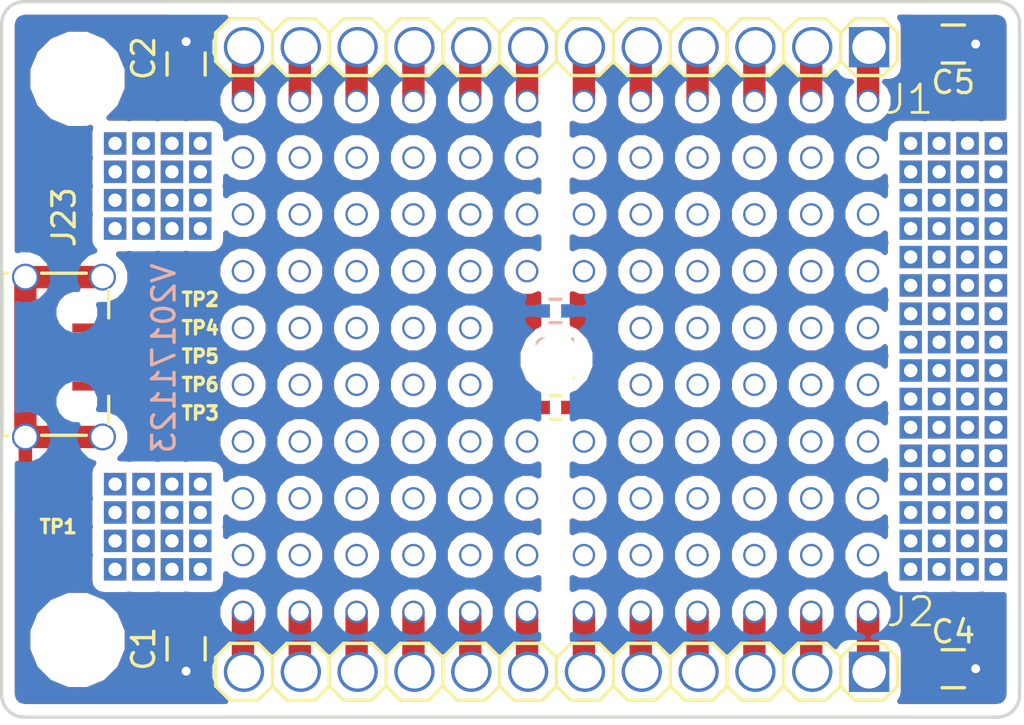
<source format=kicad_pcb>
(kicad_pcb (version 4) (host pcbnew 4.0.7-e2-6376~58~ubuntu17.04.1)
  (layers (0 F.Cu signal) (31 B.Cu signal) (34 B.Paste user) (35 F.Paste user) (36 B.SilkS user) (37 F.SilkS user) (38 B.Mask user) (39 F.Mask user) (44 Edge.Cuts user))
  (net 0 "")
  (net 1 VDD)
  (net 2 GND)
  (net 3 VDDA)
  (net 4 GNDA)
  (net 5 "Net-(J1-Pad1)")
  (net 6 "Net-(J1-Pad2)")
  (net 7 "Net-(J1-Pad3)")
  (net 8 "Net-(J1-Pad4)")
  (net 9 "Net-(J1-Pad5)")
  (net 10 "Net-(J1-Pad6)")
  (net 11 "Net-(J1-Pad7)")
  (net 12 "Net-(J1-Pad8)")
  (net 13 "Net-(J1-Pad9)")
  (net 14 "Net-(J1-Pad10)")
  (net 15 "Net-(J1-Pad11)")
  (net 16 "Net-(J1-Pad12)")
  (net 17 "Net-(J11-Pad1)")
  (net 18 "Net-(J11-Pad2)")
  (net 19 "Net-(J11-Pad3)")
  (net 20 "Net-(J11-Pad4)")
  (net 21 "Net-(J10-Pad1)")
  (net 22 "Net-(J10-Pad2)")
  (net 23 "Net-(J10-Pad3)")
  (net 24 "Net-(J10-Pad4)")
  (net 25 "Net-(J12-Pad1)")
  (net 26 "Net-(J12-Pad2)")
  (net 27 "Net-(J12-Pad3)")
  (net 28 "Net-(J12-Pad4)")
  (net 29 "Net-(J23-PadS)")
  (net 30 "Net-(J23-Pad5)")
  (net 31 "Net-(J23-Pad4)")
  (net 32 "Net-(J23-Pad3)")
  (net 33 "Net-(J23-Pad2)")
  (net 34 "Net-(J23-Pad1)")
  (module SquantorLabels:Label_version (layer F.Cu) (at 130.429 101.092)
    (fp_text reference N2 hide)
    (fp_text value V20171123 (at 0.02 -0.034 270) (layer B.SilkS) (effects (justify mirror)))
  )
  (module SquantorPcbOutline:MountingHole_3.2mm_no_metal (layer F.Cu) (at 126.59 113.65)
    (fp_text reference H1 hide)
    (fp_text value Drill_Hole_no_metal hide)
    (pad "" np_thru_hole circle (at 0 0) (size 3.2 3.2) (drill 3.2) (layers *.Cu *.Mask))
  )
  (module SquantorPcbOutline:MountingHole_3.2mm_no_metal (layer F.Cu) (at 126.59 88.55)
    (fp_text reference H2 hide)
    (fp_text value Drill_Hole_no_metal hide)
    (pad "" np_thru_hole circle (at 0 0) (size 3.2 3.2) (drill 3.2) (layers *.Cu *.Mask))
  )
  (module SquantorPcbOutline:MountingHole_2.2mm_no_metal (layer F.Cu) (at 148 101.1)
    (fp_text reference H3 hide)
    (fp_text value Drill_Hole_no_metal hide)
    (pad "" np_thru_hole circle (at 0 0) (size 2.2 2.2) (drill 2.2) (layers *.Cu *.Mask))
  )
  (module SquantorConnectors:Header-0254-1X12-H015 (layer F.Cu) (at 148 87.13216 180)
    (fp_text reference J1 (at -15.7665 -2.33934 180) (layer F.SilkS) (effects (font (size 1.27 1.27) (thickness 0.127))))
    (fp_text value PINS_1X12 hide)
    (pad 1 thru_hole rect (at -13.97 0) (size 1.8 1.8) (drill 1.5) (layers *.Cu *.Mask) (net 5 "Net-(J1-Pad1)"))
    (pad 2 thru_hole circle (at -11.43 0) (size 1.8 1.8) (drill 1.5) (layers *.Cu *.Mask) (net 6 "Net-(J1-Pad2)"))
    (pad 3 thru_hole circle (at -8.89 0) (size 1.8 1.8) (drill 1.5) (layers *.Cu *.Mask) (net 7 "Net-(J1-Pad3)"))
    (pad 4 thru_hole circle (at -6.35 0) (size 1.8 1.8) (drill 1.5) (layers *.Cu *.Mask) (net 8 "Net-(J1-Pad4)"))
    (pad 5 thru_hole circle (at -3.81 0) (size 1.8 1.8) (drill 1.5) (layers *.Cu *.Mask) (net 9 "Net-(J1-Pad5)"))
    (pad 6 thru_hole circle (at -1.27 0) (size 1.8 1.8) (drill 1.5) (layers *.Cu *.Mask) (net 10 "Net-(J1-Pad6)"))
    (pad 7 thru_hole circle (at 1.27 0) (size 1.8 1.8) (drill 1.5) (layers *.Cu *.Mask) (net 11 "Net-(J1-Pad7)"))
    (pad 8 thru_hole circle (at 3.81 0) (size 1.8 1.8) (drill 1.5) (layers *.Cu *.Mask) (net 12 "Net-(J1-Pad8)"))
    (pad 9 thru_hole circle (at 6.35 0 180) (size 1.8 1.8) (drill 1.5) (layers *.Cu *.Mask) (net 13 "Net-(J1-Pad9)"))
    (pad 10 thru_hole circle (at 8.89 0) (size 1.8 1.8) (drill 1.5) (layers *.Cu *.Mask) (net 14 "Net-(J1-Pad10)"))
    (pad 11 thru_hole circle (at 11.43 0 180) (size 1.8 1.8) (drill 1.5) (layers *.Cu *.Mask) (net 15 "Net-(J1-Pad11)"))
    (pad 12 thru_hole circle (at 13.97 0 180) (size 1.8 1.8) (drill 1.5) (layers *.Cu *.Mask) (net 16 "Net-(J1-Pad12)"))
  )
  (module SquantorConnectors:Header-0254-1X12-H015 (layer F.Cu) (at 148.00072 115.07216 180)
    (fp_text reference J2 (at -15.82928 2.67716 180) (layer F.SilkS) (effects (font (size 1.27 1.27) (thickness 0.127))))
    (fp_text value PINS_1X12 hide)
    (pad 1 thru_hole rect (at -13.97 0) (size 1.8 1.8) (drill 1.5) (layers *.Cu *.Mask) (net 17 "Net-(J11-Pad1)"))
    (pad 2 thru_hole circle (at -11.43 0) (size 1.8 1.8) (drill 1.5) (layers *.Cu *.Mask) (net 18 "Net-(J11-Pad2)"))
    (pad 3 thru_hole circle (at -8.89 0) (size 1.8 1.8) (drill 1.5) (layers *.Cu *.Mask) (net 19 "Net-(J11-Pad3)"))
    (pad 4 thru_hole circle (at -6.35 0) (size 1.8 1.8) (drill 1.5) (layers *.Cu *.Mask) (net 20 "Net-(J11-Pad4)"))
    (pad 5 thru_hole circle (at -3.81 0) (size 1.8 1.8) (drill 1.5) (layers *.Cu *.Mask) (net 21 "Net-(J10-Pad1)"))
    (pad 6 thru_hole circle (at -1.27 0) (size 1.8 1.8) (drill 1.5) (layers *.Cu *.Mask) (net 22 "Net-(J10-Pad2)"))
    (pad 7 thru_hole circle (at 1.27 0) (size 1.8 1.8) (drill 1.5) (layers *.Cu *.Mask) (net 23 "Net-(J10-Pad3)"))
    (pad 8 thru_hole circle (at 3.81 0) (size 1.8 1.8) (drill 1.5) (layers *.Cu *.Mask) (net 24 "Net-(J10-Pad4)"))
    (pad 9 thru_hole circle (at 6.35 0 180) (size 1.8 1.8) (drill 1.5) (layers *.Cu *.Mask) (net 25 "Net-(J12-Pad1)"))
    (pad 10 thru_hole circle (at 8.89 0) (size 1.8 1.8) (drill 1.5) (layers *.Cu *.Mask) (net 26 "Net-(J12-Pad2)"))
    (pad 11 thru_hole circle (at 11.43 0 180) (size 1.8 1.8) (drill 1.5) (layers *.Cu *.Mask) (net 27 "Net-(J12-Pad3)"))
    (pad 12 thru_hole circle (at 13.97 0 180) (size 1.8 1.8) (drill 1.5) (layers *.Cu *.Mask) (net 28 "Net-(J12-Pad4)"))
  )
  (module SquantorProto:proto-TH-0254-04X04-P010SQ-H008 (layer F.Cu) (at 137.795 106.045)
    (fp_text reference J3 hide)
    (fp_text value Proto hide)
    (pad 1 thru_hole circle (at -3.81 -3.81) (size 1 1) (drill 0.8) (layers *.Cu *.Mask))
    (pad 2 thru_hole circle (at -1.27 -3.81) (size 1 1) (drill 0.8) (layers *.Cu *.Mask))
    (pad 3 thru_hole circle (at 1.27 -3.81) (size 1 1) (drill 0.8) (layers *.Cu *.Mask))
    (pad 4 thru_hole circle (at 3.81 -3.81) (size 1 1) (drill 0.8) (layers *.Cu *.Mask))
    (pad 5 thru_hole circle (at -3.81 -1.27) (size 1 1) (drill 0.8) (layers *.Cu *.Mask))
    (pad 6 thru_hole circle (at -1.27 -1.27) (size 1 1) (drill 0.8) (layers *.Cu *.Mask))
    (pad 7 thru_hole circle (at 1.27 -1.27) (size 1 1) (drill 0.8) (layers *.Cu *.Mask))
    (pad 8 thru_hole circle (at 3.81 -1.27) (size 1 1) (drill 0.8) (layers *.Cu *.Mask))
    (pad 9 thru_hole circle (at -3.81 1.27) (size 1 1) (drill 0.8) (layers *.Cu *.Mask))
    (pad 10 thru_hole circle (at -1.27 1.27) (size 1 1) (drill 0.8) (layers *.Cu *.Mask))
    (pad 11 thru_hole circle (at 1.27 1.27) (size 1 1) (drill 0.8) (layers *.Cu *.Mask))
    (pad 12 thru_hole circle (at 3.81 1.27) (size 1 1) (drill 0.8) (layers *.Cu *.Mask))
    (pad 13 thru_hole circle (at -3.81 3.81) (size 1 1) (drill 0.8) (layers *.Cu *.Mask))
    (pad 14 thru_hole circle (at -1.27 3.81) (size 1 1) (drill 0.8) (layers *.Cu *.Mask))
    (pad 15 thru_hole circle (at 1.27 3.81) (size 1 1) (drill 0.8) (layers *.Cu *.Mask))
    (pad 16 thru_hole circle (at 3.81 3.81) (size 1 1) (drill 0.8) (layers *.Cu *.Mask))
  )
  (module SquantorProto:proto-TH-0254-04X04-P010SQ-H008 (layer F.Cu) (at 137.795 95.885)
    (fp_text reference J4 hide)
    (fp_text value Proto hide)
    (pad 1 thru_hole circle (at -3.81 -3.81) (size 1 1) (drill 0.8) (layers *.Cu *.Mask))
    (pad 2 thru_hole circle (at -1.27 -3.81) (size 1 1) (drill 0.8) (layers *.Cu *.Mask))
    (pad 3 thru_hole circle (at 1.27 -3.81) (size 1 1) (drill 0.8) (layers *.Cu *.Mask))
    (pad 4 thru_hole circle (at 3.81 -3.81) (size 1 1) (drill 0.8) (layers *.Cu *.Mask))
    (pad 5 thru_hole circle (at -3.81 -1.27) (size 1 1) (drill 0.8) (layers *.Cu *.Mask))
    (pad 6 thru_hole circle (at -1.27 -1.27) (size 1 1) (drill 0.8) (layers *.Cu *.Mask))
    (pad 7 thru_hole circle (at 1.27 -1.27) (size 1 1) (drill 0.8) (layers *.Cu *.Mask))
    (pad 8 thru_hole circle (at 3.81 -1.27) (size 1 1) (drill 0.8) (layers *.Cu *.Mask))
    (pad 9 thru_hole circle (at -3.81 1.27) (size 1 1) (drill 0.8) (layers *.Cu *.Mask))
    (pad 10 thru_hole circle (at -1.27 1.27) (size 1 1) (drill 0.8) (layers *.Cu *.Mask))
    (pad 11 thru_hole circle (at 1.27 1.27) (size 1 1) (drill 0.8) (layers *.Cu *.Mask))
    (pad 12 thru_hole circle (at 3.81 1.27) (size 1 1) (drill 0.8) (layers *.Cu *.Mask))
    (pad 13 thru_hole circle (at -3.81 3.81) (size 1 1) (drill 0.8) (layers *.Cu *.Mask))
    (pad 14 thru_hole circle (at -1.27 3.81) (size 1 1) (drill 0.8) (layers *.Cu *.Mask))
    (pad 15 thru_hole circle (at 1.27 3.81) (size 1 1) (drill 0.8) (layers *.Cu *.Mask))
    (pad 16 thru_hole circle (at 3.81 3.81) (size 1 1) (drill 0.8) (layers *.Cu *.Mask))
  )
  (module SquantorRcl:C_0805 (layer F.Cu) (at 131.445 114.046 270)
    (fp_text reference C1 (at 0 1.905 270) (layer F.SilkS))
    (fp_text value C hide)
    (pad 1 smd rect (at -1 0 270) (size 1 1.25) (layers F.Cu F.Paste F.Mask) (net 1 VDD))
    (pad 2 smd rect (at 1 0 270) (size 1 1.25) (layers F.Cu F.Paste F.Mask) (net 2 GND))
  )
  (module SquantorRcl:C_0805 (layer F.Cu) (at 131.445 87.884 90)
    (fp_text reference C2 (at 0.254 -1.905 90) (layer F.SilkS))
    (fp_text value C hide)
    (pad 1 smd rect (at -1 0 90) (size 1 1.25) (layers F.Cu F.Paste F.Mask) (net 1 VDD))
    (pad 2 smd rect (at 1 0 90) (size 1 1.25) (layers F.Cu F.Paste F.Mask) (net 2 GND))
  )
  (module SquantorRcl:C_0805 (layer F.Cu) (at 165.735 114.935)
    (fp_text reference C4 (at 0 -1.651) (layer F.SilkS))
    (fp_text value C hide)
    (pad 1 smd rect (at -1 0) (size 1 1.25) (layers F.Cu F.Paste F.Mask) (net 3 VDDA))
    (pad 2 smd rect (at 1 0) (size 1 1.25) (layers F.Cu F.Paste F.Mask) (net 4 GNDA))
  )
  (module SquantorRcl:C_0805 (layer F.Cu) (at 165.735 86.995)
    (fp_text reference C5 (at 0 1.7145) (layer F.SilkS))
    (fp_text value C hide)
    (pad 1 smd rect (at -1 0) (size 1 1.25) (layers F.Cu F.Paste F.Mask) (net 3 VDDA))
    (pad 2 smd rect (at 1 0) (size 1 1.25) (layers F.Cu F.Paste F.Mask) (net 4 GNDA))
  )
  (module SquantorProto:proto-TH-0254-04X01-P010SQ-H008 (layer F.Cu) (at 158.115 89.535 180)
    (fp_text reference J7 hide)
    (fp_text value Proto_4pins hide)
    (pad 1 thru_hole circle (at -3.81 0 180) (size 1 1) (drill 0.8) (layers *.Cu *.Mask) (net 5 "Net-(J1-Pad1)"))
    (pad 2 thru_hole circle (at -1.27 0 180) (size 1 1) (drill 0.8) (layers *.Cu *.Mask) (net 6 "Net-(J1-Pad2)"))
    (pad 3 thru_hole circle (at 1.27 0 180) (size 1 1) (drill 0.8) (layers *.Cu *.Mask) (net 7 "Net-(J1-Pad3)"))
    (pad 4 thru_hole circle (at 3.81 0 180) (size 1 1) (drill 0.8) (layers *.Cu *.Mask) (net 8 "Net-(J1-Pad4)"))
  )
  (module SquantorProto:proto-TH-0254-04X01-P010SQ-H008 (layer F.Cu) (at 137.795 89.535 180)
    (fp_text reference J8 hide)
    (fp_text value Proto_4pins hide)
    (pad 1 thru_hole circle (at -3.81 0 180) (size 1 1) (drill 0.8) (layers *.Cu *.Mask) (net 13 "Net-(J1-Pad9)"))
    (pad 2 thru_hole circle (at -1.27 0 180) (size 1 1) (drill 0.8) (layers *.Cu *.Mask) (net 14 "Net-(J1-Pad10)"))
    (pad 3 thru_hole circle (at 1.27 0 180) (size 1 1) (drill 0.8) (layers *.Cu *.Mask) (net 15 "Net-(J1-Pad11)"))
    (pad 4 thru_hole circle (at 3.81 0 180) (size 1 1) (drill 0.8) (layers *.Cu *.Mask) (net 16 "Net-(J1-Pad12)"))
  )
  (module SquantorProto:proto-TH-0254-04X01-P010SQ-H008 (layer F.Cu) (at 147.955 89.535 180)
    (fp_text reference J9 hide)
    (fp_text value Proto_4pins hide)
    (pad 1 thru_hole circle (at -3.81 0 180) (size 1 1) (drill 0.8) (layers *.Cu *.Mask) (net 9 "Net-(J1-Pad5)"))
    (pad 2 thru_hole circle (at -1.27 0 180) (size 1 1) (drill 0.8) (layers *.Cu *.Mask) (net 10 "Net-(J1-Pad6)"))
    (pad 3 thru_hole circle (at 1.27 0 180) (size 1 1) (drill 0.8) (layers *.Cu *.Mask) (net 11 "Net-(J1-Pad7)"))
    (pad 4 thru_hole circle (at 3.81 0 180) (size 1 1) (drill 0.8) (layers *.Cu *.Mask) (net 12 "Net-(J1-Pad8)"))
  )
  (module SquantorProto:proto-TH-0254-04X01-P010SQ-H008 (layer F.Cu) (at 147.955 112.395 180)
    (fp_text reference J10 hide)
    (fp_text value Proto_4pins hide)
    (pad 1 thru_hole circle (at -3.81 0 180) (size 1 1) (drill 0.8) (layers *.Cu *.Mask) (net 21 "Net-(J10-Pad1)"))
    (pad 2 thru_hole circle (at -1.27 0 180) (size 1 1) (drill 0.8) (layers *.Cu *.Mask) (net 22 "Net-(J10-Pad2)"))
    (pad 3 thru_hole circle (at 1.27 0 180) (size 1 1) (drill 0.8) (layers *.Cu *.Mask) (net 23 "Net-(J10-Pad3)"))
    (pad 4 thru_hole circle (at 3.81 0 180) (size 1 1) (drill 0.8) (layers *.Cu *.Mask) (net 24 "Net-(J10-Pad4)"))
  )
  (module SquantorProto:proto-TH-0254-04X01-P010SQ-H008 (layer F.Cu) (at 158.115 112.395 180)
    (fp_text reference J11 hide)
    (fp_text value Proto_4pins hide)
    (pad 1 thru_hole circle (at -3.81 0 180) (size 1 1) (drill 0.8) (layers *.Cu *.Mask) (net 17 "Net-(J11-Pad1)"))
    (pad 2 thru_hole circle (at -1.27 0 180) (size 1 1) (drill 0.8) (layers *.Cu *.Mask) (net 18 "Net-(J11-Pad2)"))
    (pad 3 thru_hole circle (at 1.27 0 180) (size 1 1) (drill 0.8) (layers *.Cu *.Mask) (net 19 "Net-(J11-Pad3)"))
    (pad 4 thru_hole circle (at 3.81 0 180) (size 1 1) (drill 0.8) (layers *.Cu *.Mask) (net 20 "Net-(J11-Pad4)"))
  )
  (module SquantorProto:proto-TH-0254-04X01-P010SQ-H008 (layer F.Cu) (at 137.795 112.395 180)
    (fp_text reference J12 hide)
    (fp_text value Proto_4pins hide)
    (pad 1 thru_hole circle (at -3.81 0 180) (size 1 1) (drill 0.8) (layers *.Cu *.Mask) (net 25 "Net-(J12-Pad1)"))
    (pad 2 thru_hole circle (at -1.27 0 180) (size 1 1) (drill 0.8) (layers *.Cu *.Mask) (net 26 "Net-(J12-Pad2)"))
    (pad 3 thru_hole circle (at 1.27 0 180) (size 1 1) (drill 0.8) (layers *.Cu *.Mask) (net 27 "Net-(J12-Pad3)"))
    (pad 4 thru_hole circle (at 3.81 0 180) (size 1 1) (drill 0.8) (layers *.Cu *.Mask) (net 28 "Net-(J12-Pad4)"))
  )
  (module SquantorProto:proto-TH-0254-04X04-P010SQ-H008 (layer F.Cu) (at 158.115 106.045)
    (fp_text reference J16 hide)
    (fp_text value Proto hide)
    (pad 1 thru_hole circle (at -3.81 -3.81) (size 1 1) (drill 0.8) (layers *.Cu *.Mask))
    (pad 2 thru_hole circle (at -1.27 -3.81) (size 1 1) (drill 0.8) (layers *.Cu *.Mask))
    (pad 3 thru_hole circle (at 1.27 -3.81) (size 1 1) (drill 0.8) (layers *.Cu *.Mask))
    (pad 4 thru_hole circle (at 3.81 -3.81) (size 1 1) (drill 0.8) (layers *.Cu *.Mask))
    (pad 5 thru_hole circle (at -3.81 -1.27) (size 1 1) (drill 0.8) (layers *.Cu *.Mask))
    (pad 6 thru_hole circle (at -1.27 -1.27) (size 1 1) (drill 0.8) (layers *.Cu *.Mask))
    (pad 7 thru_hole circle (at 1.27 -1.27) (size 1 1) (drill 0.8) (layers *.Cu *.Mask))
    (pad 8 thru_hole circle (at 3.81 -1.27) (size 1 1) (drill 0.8) (layers *.Cu *.Mask))
    (pad 9 thru_hole circle (at -3.81 1.27) (size 1 1) (drill 0.8) (layers *.Cu *.Mask))
    (pad 10 thru_hole circle (at -1.27 1.27) (size 1 1) (drill 0.8) (layers *.Cu *.Mask))
    (pad 11 thru_hole circle (at 1.27 1.27) (size 1 1) (drill 0.8) (layers *.Cu *.Mask))
    (pad 12 thru_hole circle (at 3.81 1.27) (size 1 1) (drill 0.8) (layers *.Cu *.Mask))
    (pad 13 thru_hole circle (at -3.81 3.81) (size 1 1) (drill 0.8) (layers *.Cu *.Mask))
    (pad 14 thru_hole circle (at -1.27 3.81) (size 1 1) (drill 0.8) (layers *.Cu *.Mask))
    (pad 15 thru_hole circle (at 1.27 3.81) (size 1 1) (drill 0.8) (layers *.Cu *.Mask))
    (pad 16 thru_hole circle (at 3.81 3.81) (size 1 1) (drill 0.8) (layers *.Cu *.Mask))
  )
  (module SquantorProto:proto-TH-0254-04X04-P010SQ-H008 (layer F.Cu) (at 158.115 95.885)
    (fp_text reference J19 hide)
    (fp_text value Proto hide)
    (pad 1 thru_hole circle (at -3.81 -3.81) (size 1 1) (drill 0.8) (layers *.Cu *.Mask))
    (pad 2 thru_hole circle (at -1.27 -3.81) (size 1 1) (drill 0.8) (layers *.Cu *.Mask))
    (pad 3 thru_hole circle (at 1.27 -3.81) (size 1 1) (drill 0.8) (layers *.Cu *.Mask))
    (pad 4 thru_hole circle (at 3.81 -3.81) (size 1 1) (drill 0.8) (layers *.Cu *.Mask))
    (pad 5 thru_hole circle (at -3.81 -1.27) (size 1 1) (drill 0.8) (layers *.Cu *.Mask))
    (pad 6 thru_hole circle (at -1.27 -1.27) (size 1 1) (drill 0.8) (layers *.Cu *.Mask))
    (pad 7 thru_hole circle (at 1.27 -1.27) (size 1 1) (drill 0.8) (layers *.Cu *.Mask))
    (pad 8 thru_hole circle (at 3.81 -1.27) (size 1 1) (drill 0.8) (layers *.Cu *.Mask))
    (pad 9 thru_hole circle (at -3.81 1.27) (size 1 1) (drill 0.8) (layers *.Cu *.Mask))
    (pad 10 thru_hole circle (at -1.27 1.27) (size 1 1) (drill 0.8) (layers *.Cu *.Mask))
    (pad 11 thru_hole circle (at 1.27 1.27) (size 1 1) (drill 0.8) (layers *.Cu *.Mask))
    (pad 12 thru_hole circle (at 3.81 1.27) (size 1 1) (drill 0.8) (layers *.Cu *.Mask))
    (pad 13 thru_hole circle (at -3.81 3.81) (size 1 1) (drill 0.8) (layers *.Cu *.Mask))
    (pad 14 thru_hole circle (at -1.27 3.81) (size 1 1) (drill 0.8) (layers *.Cu *.Mask))
    (pad 15 thru_hole circle (at 1.27 3.81) (size 1 1) (drill 0.8) (layers *.Cu *.Mask))
    (pad 16 thru_hole circle (at 3.81 3.81) (size 1 1) (drill 0.8) (layers *.Cu *.Mask))
  )
  (module SquantorProto:proto-TH-0254-04X04-GAP02-P010SQ-H008 (layer F.Cu) (at 147.955 106.045 180)
    (fp_text reference J5 hide)
    (fp_text value Proto hide)
    (pad 1 thru_hole circle (at -3.81 -3.81 180) (size 1 1) (drill 0.8) (layers *.Cu *.Mask))
    (pad 2 thru_hole circle (at -1.27 -3.81 180) (size 1 1) (drill 0.8) (layers *.Cu *.Mask))
    (pad 3 thru_hole circle (at 1.27 -3.81 180) (size 1 1) (drill 0.8) (layers *.Cu *.Mask))
    (pad 4 thru_hole circle (at 3.81 -3.81 180) (size 1 1) (drill 0.8) (layers *.Cu *.Mask))
    (pad 5 thru_hole circle (at -3.81 -1.27 180) (size 1 1) (drill 0.8) (layers *.Cu *.Mask))
    (pad 6 thru_hole circle (at -1.27 -1.27 180) (size 1 1) (drill 0.8) (layers *.Cu *.Mask))
    (pad 7 thru_hole circle (at 1.27 -1.27 180) (size 1 1) (drill 0.8) (layers *.Cu *.Mask))
    (pad 8 thru_hole circle (at 3.81 -1.27 180) (size 1 1) (drill 0.8) (layers *.Cu *.Mask))
    (pad 9 thru_hole circle (at -3.81 1.27 180) (size 1 1) (drill 0.8) (layers *.Cu *.Mask))
    (pad 10 thru_hole circle (at -1.27 1.27 180) (size 1 1) (drill 0.8) (layers *.Cu *.Mask))
    (pad 11 thru_hole circle (at 1.27 1.27 180) (size 1 1) (drill 0.8) (layers *.Cu *.Mask))
    (pad 12 thru_hole circle (at 3.81 1.27 180) (size 1 1) (drill 0.8) (layers *.Cu *.Mask))
    (pad 13 thru_hole circle (at -3.81 3.81 180) (size 1 1) (drill 0.8) (layers *.Cu *.Mask))
    (pad 16 thru_hole circle (at 3.81 3.81 180) (size 1 1) (drill 0.8) (layers *.Cu *.Mask))
  )
  (module SquantorProto:proto-TH-0254-04X04-GAP02-P010SQ-H008 (layer F.Cu) (at 147.955 95.885)
    (fp_text reference J6 hide)
    (fp_text value Proto hide)
    (pad 1 thru_hole circle (at -3.81 -3.81) (size 1 1) (drill 0.8) (layers *.Cu *.Mask))
    (pad 2 thru_hole circle (at -1.27 -3.81) (size 1 1) (drill 0.8) (layers *.Cu *.Mask))
    (pad 3 thru_hole circle (at 1.27 -3.81) (size 1 1) (drill 0.8) (layers *.Cu *.Mask))
    (pad 4 thru_hole circle (at 3.81 -3.81) (size 1 1) (drill 0.8) (layers *.Cu *.Mask))
    (pad 5 thru_hole circle (at -3.81 -1.27) (size 1 1) (drill 0.8) (layers *.Cu *.Mask))
    (pad 6 thru_hole circle (at -1.27 -1.27) (size 1 1) (drill 0.8) (layers *.Cu *.Mask))
    (pad 7 thru_hole circle (at 1.27 -1.27) (size 1 1) (drill 0.8) (layers *.Cu *.Mask))
    (pad 8 thru_hole circle (at 3.81 -1.27) (size 1 1) (drill 0.8) (layers *.Cu *.Mask))
    (pad 9 thru_hole circle (at -3.81 1.27) (size 1 1) (drill 0.8) (layers *.Cu *.Mask))
    (pad 10 thru_hole circle (at -1.27 1.27) (size 1 1) (drill 0.8) (layers *.Cu *.Mask))
    (pad 11 thru_hole circle (at 1.27 1.27) (size 1 1) (drill 0.8) (layers *.Cu *.Mask))
    (pad 12 thru_hole circle (at 3.81 1.27) (size 1 1) (drill 0.8) (layers *.Cu *.Mask))
    (pad 13 thru_hole circle (at -3.81 3.81) (size 1 1) (drill 0.8) (layers *.Cu *.Mask))
    (pad 16 thru_hole circle (at 3.81 3.81) (size 1 1) (drill 0.8) (layers *.Cu *.Mask))
  )
  (module SquantorRcl:R_0402_hand (layer F.Cu) (at 147.955 103.251)
    (fp_text reference U1 (at 0 -1.8) (layer F.SilkS))
    (fp_text value POWER_JOINER hide)
    (pad 1 smd rect (at -0.55 0) (size 0.6 0.6) (layers F.Cu F.Paste F.Mask) (net 1 VDD))
    (pad 2 smd rect (at 0.55 0) (size 0.6 0.6) (layers F.Cu F.Paste F.Mask) (net 3 VDDA))
  )
  (module SquantorRcl:R_0402_hand (layer B.Cu) (at 147.955 98.933)
    (fp_text reference U2 (at 0 1.8) (layer B.SilkS) (effects (justify mirror)))
    (fp_text value POWER_JOINER hide)
    (pad 1 smd rect (at -0.55 0) (size 0.6 0.6) (layers B.Cu B.Paste B.Mask) (net 2 GND))
    (pad 2 smd rect (at 0.55 0) (size 0.6 0.6) (layers B.Cu B.Paste B.Mask) (net 4 GNDA))
  )
  (module SquantorProto:TESTPAD_SQ_1MM (layer F.Cu) (at 125.73 107.315)
    (fp_text reference TP1 (at 0 1.27) (layer F.SilkS) (effects (font (size 0.6 0.6))))
    (fp_text value testpad hide)
    (pad 1 smd rect (at 0 0) (size 1 1) (layers F.Cu F.Paste F.Mask) (net 29 "Net-(J23-PadS)"))
  )
  (module SquantorProto:TESTPAD_SQ_1MM (layer F.Cu) (at 130.175 98.425)
    (fp_text reference TP2 (at 1.905 0) (layer F.SilkS) (effects (font (size 0.6 0.6))))
    (fp_text value testpad hide)
    (pad 1 smd rect (at 0 0) (size 1 1) (layers F.Cu F.Paste F.Mask) (net 34 "Net-(J23-Pad1)"))
  )
  (module SquantorProto:TESTPAD_SQ_1MM (layer F.Cu) (at 130.175 103.505)
    (fp_text reference TP3 (at 1.905 0) (layer F.SilkS) (effects (font (size 0.6 0.6))))
    (fp_text value testpad hide)
    (pad 1 smd rect (at 0 0) (size 1 1) (layers F.Cu F.Paste F.Mask) (net 30 "Net-(J23-Pad5)"))
  )
  (module SquantorProto:TESTPAD_SQ_1MM (layer F.Cu) (at 130.175 99.695)
    (fp_text reference TP4 (at 1.905 0) (layer F.SilkS) (effects (font (size 0.6 0.6))))
    (fp_text value testpad hide)
    (pad 1 smd rect (at 0 0) (size 1 1) (layers F.Cu F.Paste F.Mask) (net 33 "Net-(J23-Pad2)"))
  )
  (module SquantorProto:TESTPAD_SQ_1MM (layer F.Cu) (at 130.175 100.965)
    (fp_text reference TP5 (at 1.905 0) (layer F.SilkS) (effects (font (size 0.6 0.6))))
    (fp_text value testpad hide)
    (pad 1 smd rect (at 0 0) (size 1 1) (layers F.Cu F.Paste F.Mask) (net 32 "Net-(J23-Pad3)"))
  )
  (module SquantorProto:TESTPAD_SQ_1MM (layer F.Cu) (at 130.175 102.235)
    (fp_text reference TP6 (at 1.905 0) (layer F.SilkS) (effects (font (size 0.6 0.6))))
    (fp_text value testpad hide)
    (pad 1 smd rect (at 0 0) (size 1 1) (layers F.Cu F.Paste F.Mask) (net 31 "Net-(J23-Pad4)"))
  )
  (module SquantorProto:proto-SMD-0127-04X04-P010-H006 (layer F.Cu) (at 130.175 108.585)
    (fp_text reference J13 hide)
    (fp_text value Proto hide)
    (pad 1 thru_hole rect (at -1.905 -1.905) (size 1 1) (drill 0.6) (layers *.Cu *.Mask))
    (pad 2 thru_hole rect (at -0.635 -1.905) (size 1 1) (drill 0.6) (layers *.Cu *.Mask))
    (pad 3 thru_hole rect (at 0.635 -1.905) (size 1 1) (drill 0.6) (layers *.Cu *.Mask))
    (pad 4 thru_hole rect (at 1.905 -1.905) (size 1 1) (drill 0.6) (layers *.Cu *.Mask))
    (pad 5 thru_hole rect (at 1.905 -0.635) (size 1 1) (drill 0.6) (layers *.Cu *.Mask))
    (pad 6 thru_hole rect (at 0.635 -0.635) (size 1 1) (drill 0.6) (layers *.Cu *.Mask))
    (pad 7 thru_hole rect (at -0.635 -0.635) (size 1 1) (drill 0.6) (layers *.Cu *.Mask))
    (pad 8 thru_hole rect (at -1.905 -0.635) (size 1 1) (drill 0.6) (layers *.Cu *.Mask))
    (pad 9 thru_hole rect (at -1.905 0.635) (size 1 1) (drill 0.6) (layers *.Cu *.Mask))
    (pad 10 thru_hole rect (at -0.635 0.635) (size 1 1) (drill 0.6) (layers *.Cu *.Mask))
    (pad 11 thru_hole rect (at 0.635 0.635) (size 1 1) (drill 0.6) (layers *.Cu *.Mask))
    (pad 12 thru_hole rect (at 1.905 0.635) (size 1 1) (drill 0.6) (layers *.Cu *.Mask))
    (pad 13 thru_hole rect (at 1.905 1.905) (size 1 1) (drill 0.6) (layers *.Cu *.Mask))
    (pad 14 thru_hole rect (at 0.635 1.905) (size 1 1) (drill 0.6) (layers *.Cu *.Mask))
    (pad 15 thru_hole rect (at -0.635 1.905) (size 1 1) (drill 0.6) (layers *.Cu *.Mask))
    (pad 16 thru_hole rect (at -1.905 1.905) (size 1 1) (drill 0.6) (layers *.Cu *.Mask))
  )
  (module SquantorProto:proto-SMD-0127-04X04-P010-H006 (layer F.Cu) (at 165.735 108.585)
    (fp_text reference J14 hide)
    (fp_text value Proto hide)
    (pad 1 thru_hole rect (at -1.905 -1.905) (size 1 1) (drill 0.6) (layers *.Cu *.Mask))
    (pad 2 thru_hole rect (at -0.635 -1.905) (size 1 1) (drill 0.6) (layers *.Cu *.Mask))
    (pad 3 thru_hole rect (at 0.635 -1.905) (size 1 1) (drill 0.6) (layers *.Cu *.Mask))
    (pad 4 thru_hole rect (at 1.905 -1.905) (size 1 1) (drill 0.6) (layers *.Cu *.Mask))
    (pad 5 thru_hole rect (at 1.905 -0.635) (size 1 1) (drill 0.6) (layers *.Cu *.Mask))
    (pad 6 thru_hole rect (at 0.635 -0.635) (size 1 1) (drill 0.6) (layers *.Cu *.Mask))
    (pad 7 thru_hole rect (at -0.635 -0.635) (size 1 1) (drill 0.6) (layers *.Cu *.Mask))
    (pad 8 thru_hole rect (at -1.905 -0.635) (size 1 1) (drill 0.6) (layers *.Cu *.Mask))
    (pad 9 thru_hole rect (at -1.905 0.635) (size 1 1) (drill 0.6) (layers *.Cu *.Mask))
    (pad 10 thru_hole rect (at -0.635 0.635) (size 1 1) (drill 0.6) (layers *.Cu *.Mask))
    (pad 11 thru_hole rect (at 0.635 0.635) (size 1 1) (drill 0.6) (layers *.Cu *.Mask))
    (pad 12 thru_hole rect (at 1.905 0.635) (size 1 1) (drill 0.6) (layers *.Cu *.Mask))
    (pad 13 thru_hole rect (at 1.905 1.905) (size 1 1) (drill 0.6) (layers *.Cu *.Mask))
    (pad 14 thru_hole rect (at 0.635 1.905) (size 1 1) (drill 0.6) (layers *.Cu *.Mask))
    (pad 15 thru_hole rect (at -0.635 1.905) (size 1 1) (drill 0.6) (layers *.Cu *.Mask))
    (pad 16 thru_hole rect (at -1.905 1.905) (size 1 1) (drill 0.6) (layers *.Cu *.Mask))
  )
  (module SquantorProto:proto-SMD-0127-04X04-P010-H006 (layer F.Cu) (at 165.735 103.505)
    (fp_text reference J17 hide)
    (fp_text value Proto hide)
    (pad 1 thru_hole rect (at -1.905 -1.905) (size 1 1) (drill 0.6) (layers *.Cu *.Mask))
    (pad 2 thru_hole rect (at -0.635 -1.905) (size 1 1) (drill 0.6) (layers *.Cu *.Mask))
    (pad 3 thru_hole rect (at 0.635 -1.905) (size 1 1) (drill 0.6) (layers *.Cu *.Mask))
    (pad 4 thru_hole rect (at 1.905 -1.905) (size 1 1) (drill 0.6) (layers *.Cu *.Mask))
    (pad 5 thru_hole rect (at 1.905 -0.635) (size 1 1) (drill 0.6) (layers *.Cu *.Mask))
    (pad 6 thru_hole rect (at 0.635 -0.635) (size 1 1) (drill 0.6) (layers *.Cu *.Mask))
    (pad 7 thru_hole rect (at -0.635 -0.635) (size 1 1) (drill 0.6) (layers *.Cu *.Mask))
    (pad 8 thru_hole rect (at -1.905 -0.635) (size 1 1) (drill 0.6) (layers *.Cu *.Mask))
    (pad 9 thru_hole rect (at -1.905 0.635) (size 1 1) (drill 0.6) (layers *.Cu *.Mask))
    (pad 10 thru_hole rect (at -0.635 0.635) (size 1 1) (drill 0.6) (layers *.Cu *.Mask))
    (pad 11 thru_hole rect (at 0.635 0.635) (size 1 1) (drill 0.6) (layers *.Cu *.Mask))
    (pad 12 thru_hole rect (at 1.905 0.635) (size 1 1) (drill 0.6) (layers *.Cu *.Mask))
    (pad 13 thru_hole rect (at 1.905 1.905) (size 1 1) (drill 0.6) (layers *.Cu *.Mask))
    (pad 14 thru_hole rect (at 0.635 1.905) (size 1 1) (drill 0.6) (layers *.Cu *.Mask))
    (pad 15 thru_hole rect (at -0.635 1.905) (size 1 1) (drill 0.6) (layers *.Cu *.Mask))
    (pad 16 thru_hole rect (at -1.905 1.905) (size 1 1) (drill 0.6) (layers *.Cu *.Mask))
  )
  (module SquantorProto:proto-SMD-0127-04X04-P010-H006 (layer F.Cu) (at 130.175 93.345)
    (fp_text reference J20 hide)
    (fp_text value Proto hide)
    (pad 1 thru_hole rect (at -1.905 -1.905) (size 1 1) (drill 0.6) (layers *.Cu *.Mask))
    (pad 2 thru_hole rect (at -0.635 -1.905) (size 1 1) (drill 0.6) (layers *.Cu *.Mask))
    (pad 3 thru_hole rect (at 0.635 -1.905) (size 1 1) (drill 0.6) (layers *.Cu *.Mask))
    (pad 4 thru_hole rect (at 1.905 -1.905) (size 1 1) (drill 0.6) (layers *.Cu *.Mask))
    (pad 5 thru_hole rect (at 1.905 -0.635) (size 1 1) (drill 0.6) (layers *.Cu *.Mask))
    (pad 6 thru_hole rect (at 0.635 -0.635) (size 1 1) (drill 0.6) (layers *.Cu *.Mask))
    (pad 7 thru_hole rect (at -0.635 -0.635) (size 1 1) (drill 0.6) (layers *.Cu *.Mask))
    (pad 8 thru_hole rect (at -1.905 -0.635) (size 1 1) (drill 0.6) (layers *.Cu *.Mask))
    (pad 9 thru_hole rect (at -1.905 0.635) (size 1 1) (drill 0.6) (layers *.Cu *.Mask))
    (pad 10 thru_hole rect (at -0.635 0.635) (size 1 1) (drill 0.6) (layers *.Cu *.Mask))
    (pad 11 thru_hole rect (at 0.635 0.635) (size 1 1) (drill 0.6) (layers *.Cu *.Mask))
    (pad 12 thru_hole rect (at 1.905 0.635) (size 1 1) (drill 0.6) (layers *.Cu *.Mask))
    (pad 13 thru_hole rect (at 1.905 1.905) (size 1 1) (drill 0.6) (layers *.Cu *.Mask))
    (pad 14 thru_hole rect (at 0.635 1.905) (size 1 1) (drill 0.6) (layers *.Cu *.Mask))
    (pad 15 thru_hole rect (at -0.635 1.905) (size 1 1) (drill 0.6) (layers *.Cu *.Mask))
    (pad 16 thru_hole rect (at -1.905 1.905) (size 1 1) (drill 0.6) (layers *.Cu *.Mask))
  )
  (module SquantorProto:proto-SMD-0127-04X04-P010-H006 (layer F.Cu) (at 165.735 98.425)
    (fp_text reference J21 hide)
    (fp_text value Proto hide)
    (pad 1 thru_hole rect (at -1.905 -1.905) (size 1 1) (drill 0.6) (layers *.Cu *.Mask))
    (pad 2 thru_hole rect (at -0.635 -1.905) (size 1 1) (drill 0.6) (layers *.Cu *.Mask))
    (pad 3 thru_hole rect (at 0.635 -1.905) (size 1 1) (drill 0.6) (layers *.Cu *.Mask))
    (pad 4 thru_hole rect (at 1.905 -1.905) (size 1 1) (drill 0.6) (layers *.Cu *.Mask))
    (pad 5 thru_hole rect (at 1.905 -0.635) (size 1 1) (drill 0.6) (layers *.Cu *.Mask))
    (pad 6 thru_hole rect (at 0.635 -0.635) (size 1 1) (drill 0.6) (layers *.Cu *.Mask))
    (pad 7 thru_hole rect (at -0.635 -0.635) (size 1 1) (drill 0.6) (layers *.Cu *.Mask))
    (pad 8 thru_hole rect (at -1.905 -0.635) (size 1 1) (drill 0.6) (layers *.Cu *.Mask))
    (pad 9 thru_hole rect (at -1.905 0.635) (size 1 1) (drill 0.6) (layers *.Cu *.Mask))
    (pad 10 thru_hole rect (at -0.635 0.635) (size 1 1) (drill 0.6) (layers *.Cu *.Mask))
    (pad 11 thru_hole rect (at 0.635 0.635) (size 1 1) (drill 0.6) (layers *.Cu *.Mask))
    (pad 12 thru_hole rect (at 1.905 0.635) (size 1 1) (drill 0.6) (layers *.Cu *.Mask))
    (pad 13 thru_hole rect (at 1.905 1.905) (size 1 1) (drill 0.6) (layers *.Cu *.Mask))
    (pad 14 thru_hole rect (at 0.635 1.905) (size 1 1) (drill 0.6) (layers *.Cu *.Mask))
    (pad 15 thru_hole rect (at -0.635 1.905) (size 1 1) (drill 0.6) (layers *.Cu *.Mask))
    (pad 16 thru_hole rect (at -1.905 1.905) (size 1 1) (drill 0.6) (layers *.Cu *.Mask))
  )
  (module SquantorProto:proto-SMD-0127-04X04-P010-H006 (layer F.Cu) (at 165.735 93.345)
    (fp_text reference J22 hide)
    (fp_text value Proto hide)
    (pad 1 thru_hole rect (at -1.905 -1.905) (size 1 1) (drill 0.6) (layers *.Cu *.Mask))
    (pad 2 thru_hole rect (at -0.635 -1.905) (size 1 1) (drill 0.6) (layers *.Cu *.Mask))
    (pad 3 thru_hole rect (at 0.635 -1.905) (size 1 1) (drill 0.6) (layers *.Cu *.Mask))
    (pad 4 thru_hole rect (at 1.905 -1.905) (size 1 1) (drill 0.6) (layers *.Cu *.Mask))
    (pad 5 thru_hole rect (at 1.905 -0.635) (size 1 1) (drill 0.6) (layers *.Cu *.Mask))
    (pad 6 thru_hole rect (at 0.635 -0.635) (size 1 1) (drill 0.6) (layers *.Cu *.Mask))
    (pad 7 thru_hole rect (at -0.635 -0.635) (size 1 1) (drill 0.6) (layers *.Cu *.Mask))
    (pad 8 thru_hole rect (at -1.905 -0.635) (size 1 1) (drill 0.6) (layers *.Cu *.Mask))
    (pad 9 thru_hole rect (at -1.905 0.635) (size 1 1) (drill 0.6) (layers *.Cu *.Mask))
    (pad 10 thru_hole rect (at -0.635 0.635) (size 1 1) (drill 0.6) (layers *.Cu *.Mask))
    (pad 11 thru_hole rect (at 0.635 0.635) (size 1 1) (drill 0.6) (layers *.Cu *.Mask))
    (pad 12 thru_hole rect (at 1.905 0.635) (size 1 1) (drill 0.6) (layers *.Cu *.Mask))
    (pad 13 thru_hole rect (at 1.905 1.905) (size 1 1) (drill 0.6) (layers *.Cu *.Mask))
    (pad 14 thru_hole rect (at 0.635 1.905) (size 1 1) (drill 0.6) (layers *.Cu *.Mask))
    (pad 15 thru_hole rect (at -0.635 1.905) (size 1 1) (drill 0.6) (layers *.Cu *.Mask))
    (pad 16 thru_hole rect (at -1.905 1.905) (size 1 1) (drill 0.6) (layers *.Cu *.Mask))
  )
  (module SquantorUsb:SquantorUsb-USB-UB-SMD4H (layer F.Cu) (at 125.984 100.995 270)
    (fp_text reference J23 (at -6.253 0 270) (layer F.SilkS))
    (fp_text value USB-ID hide)
    (pad S thru_hole circle (at -3.575 -1.725 270) (size 1.2 1.2) (drill 1) (layers *.Cu *.Mask) (net 29 "Net-(J23-PadS)"))
    (pad S thru_hole circle (at 3.575 -1.725 270) (size 1.2 1.2) (drill 1) (layers *.Cu *.Mask) (net 29 "Net-(J23-PadS)"))
    (pad S thru_hole circle (at -3.575 1.725 270) (size 1.2 1.2) (drill 1) (layers *.Cu *.Mask) (net 29 "Net-(J23-PadS)"))
    (pad "" np_thru_hole circle (at -2 -0.575 270) (size 0.8 0.8) (drill 0.8) (layers *.Cu))
    (pad 5 smd rect (at 1.3 -1.3 270) (size 0.4 1.85) (layers F.Cu F.Paste F.Mask) (net 30 "Net-(J23-Pad5)"))
    (pad 4 smd rect (at 0.65 -1.3 270) (size 0.4 1.85) (layers F.Cu F.Paste F.Mask) (net 31 "Net-(J23-Pad4)"))
    (pad 3 smd rect (at 0 -1.3 270) (size 0.4 1.85) (layers F.Cu F.Paste F.Mask) (net 32 "Net-(J23-Pad3)"))
    (pad 2 smd rect (at -0.65 -1.3 270) (size 0.4 1.85) (layers F.Cu F.Paste F.Mask) (net 33 "Net-(J23-Pad2)"))
    (pad 1 smd rect (at -1.3 -1.3 270) (size 0.4 1.85) (layers F.Cu F.Paste F.Mask) (net 34 "Net-(J23-Pad1)"))
    (pad "" np_thru_hole circle (at 2 -0.575 270) (size 0.8 0.8) (drill 0.8) (layers *.Cu))
    (pad S thru_hole circle (at 3.575 1.725 270) (size 1.2 1.2) (drill 1) (layers *.Cu *.Mask) (net 29 "Net-(J23-PadS)"))
  )
  (gr_arc (start 124.2 116.1) (end 124.2 117.1) (angle 90) (layer Edge.Cuts) (width 0.15))
  (gr_arc (start 167.7 116.1) (end 168.7 116.1) (angle 90) (layer Edge.Cuts) (width 0.15))
  (gr_arc (start 167.7 86.1) (end 167.7 85.1) (angle 90) (layer Edge.Cuts) (width 0.15))
  (gr_arc (start 124.2 86.1) (end 123.2 86.1) (angle 90) (layer Edge.Cuts) (width 0.15))
  (gr_line (start 123.2 116.1) (end 123.2 86.1) (layer Edge.Cuts) (width 0.15))
  (gr_line (start 167.7 117.1) (end 124.2 117.1) (layer Edge.Cuts) (width 0.15))
  (gr_line (start 168.7 86.1) (end 168.7 116.1) (layer Edge.Cuts) (width 0.15))
  (gr_line (start 124.2 85.1) (end 167.7 85.1) (layer Edge.Cuts) (width 0.15))
  (segment (start 145.415 104.267) (end 146.431 103.251) (width 0.4) (layer F.Cu) (net 1))
  (segment (start 146.431 103.251) (end 147.405 103.251) (width 0.4) (layer F.Cu) (net 1))
  (segment (start 145.415 105.283) (end 145.415 104.267) (width 0.4) (layer F.Cu) (net 1))
  (segment (start 144.653 106.045) (end 145.415 105.283) (width 0.4) (layer F.Cu) (net 1))
  (segment (start 138.43 106.045) (end 144.653 106.045) (width 0.4) (layer F.Cu) (net 1))
  (segment (start 137.795 106.68) (end 138.43 106.045) (width 0.4) (layer F.Cu) (net 1))
  (segment (start 137.795 107.95) (end 137.795 106.68) (width 0.4) (layer F.Cu) (net 1))
  (segment (start 137.16 108.585) (end 137.795 107.95) (width 0.4) (layer F.Cu) (net 1))
  (segment (start 136.017 108.585) (end 137.16 108.585) (width 0.4) (layer F.Cu) (net 1))
  (segment (start 135.255 109.347) (end 136.017 108.585) (width 0.4) (layer F.Cu) (net 1))
  (segment (start 135.255 110.363) (end 135.255 109.347) (width 0.4) (layer F.Cu) (net 1))
  (segment (start 134.493 111.125) (end 135.255 110.363) (width 0.4) (layer F.Cu) (net 1))
  (segment (start 133.477 111.125) (end 134.493 111.125) (width 0.4) (layer F.Cu) (net 1))
  (segment (start 132.842 111.76) (end 133.477 111.125) (width 0.4) (layer F.Cu) (net 1))
  (segment (start 131.572 111.76) (end 132.842 111.76) (width 0.4) (layer F.Cu) (net 1))
  (segment (start 131.445 111.887) (end 131.572 111.76) (width 0.4) (layer F.Cu) (net 1))
  (segment (start 131.445 113.046) (end 131.445 111.887) (width 0.4) (layer F.Cu) (net 1))
  (segment (start 147.405 98.933) (end 145.288 98.933) (width 0.4) (layer B.Cu) (net 2))
  (segment (start 135.255 91.44) (end 134.62 90.805) (width 0.4) (layer B.Cu) (net 2))
  (segment (start 145.288 98.933) (end 144.78 98.425) (width 0.4) (layer B.Cu) (net 2))
  (segment (start 144.78 98.425) (end 135.89 98.425) (width 0.4) (layer B.Cu) (net 2))
  (segment (start 135.255 97.79) (end 135.255 91.44) (width 0.4) (layer B.Cu) (net 2))
  (segment (start 131.445 88.773) (end 131.445 86.884) (width 0.4) (layer B.Cu) (net 2))
  (segment (start 135.89 98.425) (end 135.255 97.79) (width 0.4) (layer B.Cu) (net 2))
  (segment (start 134.62 90.805) (end 133.477 90.805) (width 0.4) (layer B.Cu) (net 2))
  (segment (start 133.477 90.805) (end 131.445 88.773) (width 0.4) (layer B.Cu) (net 2))
  (via (at 131.445 115.046) (size 0.55) (drill 0.4) (layers F.Cu B.Cu) (net 2))
  (via (at 131.445 86.884) (size 0.55) (drill 0.4) (layers F.Cu B.Cu) (net 2))
  (segment (start 162.433 111.125) (end 164.735 113.427) (width 0.4) (layer F.Cu) (net 3))
  (segment (start 164.735 113.427) (end 164.735 114.935) (width 0.4) (layer F.Cu) (net 3))
  (segment (start 161.417 111.125) (end 162.433 111.125) (width 0.4) (layer F.Cu) (net 3))
  (segment (start 160.655 110.363) (end 161.417 111.125) (width 0.4) (layer F.Cu) (net 3))
  (segment (start 160.655 104.267) (end 160.655 110.363) (width 0.4) (layer F.Cu) (net 3))
  (segment (start 159.893 103.505) (end 160.655 104.267) (width 0.4) (layer F.Cu) (net 3))
  (segment (start 150.495 103.505) (end 159.893 103.505) (width 0.4) (layer F.Cu) (net 3))
  (segment (start 150.241 103.251) (end 150.495 103.505) (width 0.4) (layer F.Cu) (net 3))
  (segment (start 148.505 103.251) (end 150.241 103.251) (width 0.4) (layer F.Cu) (net 3))
  (segment (start 166.735 86.995) (end 166.243 86.995) (width 0.4) (layer B.Cu) (net 4))
  (segment (start 166.243 86.995) (end 162.433 90.805) (width 0.4) (layer B.Cu) (net 4))
  (segment (start 149.606 98.933) (end 148.505 98.933) (width 0.4) (layer B.Cu) (net 4))
  (segment (start 162.433 90.805) (end 151.13 90.805) (width 0.4) (layer B.Cu) (net 4))
  (segment (start 151.13 90.805) (end 150.495 91.44) (width 0.4) (layer B.Cu) (net 4))
  (segment (start 150.495 91.44) (end 150.495 98.044) (width 0.4) (layer B.Cu) (net 4))
  (segment (start 150.495 98.044) (end 149.606 98.933) (width 0.4) (layer B.Cu) (net 4))
  (via (at 166.735 86.995) (size 0.55) (drill 0.4) (layers F.Cu B.Cu) (net 4))
  (via (at 166.735 114.935) (size 0.55) (drill 0.4) (layers F.Cu B.Cu) (net 4))
  (segment (start 161.925 89.535) (end 161.925 87.17716) (width 1) (layer F.Cu) (net 5))
  (segment (start 161.925 87.17716) (end 161.97 87.13216) (width 1) (layer F.Cu) (net 5))
  (segment (start 159.385 89.535) (end 159.385 87.17716) (width 1) (layer F.Cu) (net 6))
  (segment (start 159.385 87.17716) (end 159.43 87.13216) (width 1) (layer F.Cu) (net 6))
  (segment (start 156.845 89.535) (end 156.845 87.17716) (width 1) (layer F.Cu) (net 7))
  (segment (start 156.845 87.17716) (end 156.89 87.13216) (width 1) (layer F.Cu) (net 7))
  (segment (start 154.305 89.535) (end 154.305 87.17716) (width 1) (layer F.Cu) (net 8))
  (segment (start 154.305 87.17716) (end 154.35 87.13216) (width 1) (layer F.Cu) (net 8))
  (segment (start 151.765 89.535) (end 151.765 87.17716) (width 1) (layer F.Cu) (net 9))
  (segment (start 151.765 87.17716) (end 151.81 87.13216) (width 1) (layer F.Cu) (net 9))
  (segment (start 149.225 89.535) (end 149.225 87.17716) (width 1) (layer F.Cu) (net 10))
  (segment (start 149.225 87.17716) (end 149.27 87.13216) (width 1) (layer F.Cu) (net 10))
  (segment (start 146.685 89.535) (end 146.685 87.17716) (width 1) (layer F.Cu) (net 11))
  (segment (start 146.685 87.17716) (end 146.73 87.13216) (width 1) (layer F.Cu) (net 11))
  (segment (start 144.145 89.535) (end 144.145 87.17716) (width 1) (layer F.Cu) (net 12))
  (segment (start 144.145 87.17716) (end 144.19 87.13216) (width 1) (layer F.Cu) (net 12))
  (segment (start 141.605 89.535) (end 141.605 87.17716) (width 1) (layer F.Cu) (net 13))
  (segment (start 141.605 87.17716) (end 141.65 87.13216) (width 1) (layer F.Cu) (net 13))
  (segment (start 139.065 89.535) (end 139.065 87.17716) (width 1) (layer F.Cu) (net 14))
  (segment (start 139.065 87.17716) (end 139.11 87.13216) (width 1) (layer F.Cu) (net 14))
  (segment (start 136.525 89.535) (end 136.525 87.17716) (width 1) (layer F.Cu) (net 15))
  (segment (start 136.525 87.17716) (end 136.57 87.13216) (width 1) (layer F.Cu) (net 15))
  (segment (start 133.985 89.535) (end 133.985 87.17716) (width 1) (layer F.Cu) (net 16))
  (segment (start 133.985 87.17716) (end 134.03 87.13216) (width 1) (layer F.Cu) (net 16))
  (segment (start 161.925 112.395) (end 161.925 115.02644) (width 1) (layer F.Cu) (net 17))
  (segment (start 161.925 115.02644) (end 161.97072 115.07216) (width 1) (layer F.Cu) (net 17))
  (segment (start 159.385 112.395) (end 159.385 115.02644) (width 1) (layer F.Cu) (net 18))
  (segment (start 159.385 115.02644) (end 159.43072 115.07216) (width 1) (layer F.Cu) (net 18))
  (segment (start 156.845 112.395) (end 156.845 115.02644) (width 1) (layer F.Cu) (net 19))
  (segment (start 156.845 115.02644) (end 156.89072 115.07216) (width 1) (layer F.Cu) (net 19))
  (segment (start 154.305 112.395) (end 154.305 115.02644) (width 1) (layer F.Cu) (net 20))
  (segment (start 154.305 115.02644) (end 154.35072 115.07216) (width 1) (layer F.Cu) (net 20))
  (segment (start 151.765 112.395) (end 151.765 115.02644) (width 1) (layer F.Cu) (net 21))
  (segment (start 151.765 115.02644) (end 151.81072 115.07216) (width 1) (layer F.Cu) (net 21))
  (segment (start 149.225 112.395) (end 149.225 115.02644) (width 1) (layer F.Cu) (net 22))
  (segment (start 149.225 115.02644) (end 149.27072 115.07216) (width 1) (layer F.Cu) (net 22))
  (segment (start 146.685 112.395) (end 146.685 115.02644) (width 1) (layer F.Cu) (net 23))
  (segment (start 146.685 115.02644) (end 146.73072 115.07216) (width 1) (layer F.Cu) (net 23))
  (segment (start 144.145 112.395) (end 144.145 115.02644) (width 1) (layer F.Cu) (net 24))
  (segment (start 144.145 115.02644) (end 144.19072 115.07216) (width 1) (layer F.Cu) (net 24))
  (segment (start 141.605 112.395) (end 141.605 115.02644) (width 1) (layer F.Cu) (net 25))
  (segment (start 141.605 115.02644) (end 141.65072 115.07216) (width 1) (layer F.Cu) (net 25))
  (segment (start 139.065 112.395) (end 139.065 115.02644) (width 1) (layer F.Cu) (net 26))
  (segment (start 139.065 115.02644) (end 139.11072 115.07216) (width 1) (layer F.Cu) (net 26))
  (segment (start 136.525 112.395) (end 136.525 115.02644) (width 1) (layer F.Cu) (net 27))
  (segment (start 136.525 115.02644) (end 136.57072 115.07216) (width 1) (layer F.Cu) (net 27))
  (segment (start 133.985 112.395) (end 133.985 115.02644) (width 1) (layer F.Cu) (net 28))
  (segment (start 133.985 115.02644) (end 134.03072 115.07216) (width 1) (layer F.Cu) (net 28))
  (segment (start 124.259 107.114) (end 124.46 107.315) (width 0.6) (layer F.Cu) (net 29))
  (segment (start 124.46 107.315) (end 125.73 107.315) (width 0.6) (layer F.Cu) (net 29))
  (segment (start 124.259 104.57) (end 124.259 107.114) (width 0.6) (layer F.Cu) (net 29))
  (segment (start 127.709 104.57) (end 124.259 104.57) (width 1) (layer F.Cu) (net 29))
  (segment (start 127.709 97.42) (end 124.259 97.42) (width 1) (layer F.Cu) (net 29))
  (segment (start 124.259 104.57) (end 124.259 97.42) (width 1) (layer F.Cu) (net 29))
  (segment (start 128.203 102.295) (end 129.413 103.505) (width 0.4) (layer F.Cu) (net 30))
  (segment (start 129.413 103.505) (end 130.175 103.505) (width 0.4) (layer F.Cu) (net 30))
  (segment (start 127.284 102.295) (end 128.203 102.295) (width 0.4) (layer F.Cu) (net 30))
  (segment (start 128.696 101.645) (end 129.286 102.235) (width 0.4) (layer F.Cu) (net 31))
  (segment (start 129.286 102.235) (end 130.175 102.235) (width 0.4) (layer F.Cu) (net 31))
  (segment (start 127.284 101.645) (end 128.696 101.645) (width 0.4) (layer F.Cu) (net 31))
  (segment (start 128.875 100.995) (end 128.905 100.965) (width 0.4) (layer F.Cu) (net 32))
  (segment (start 128.905 100.965) (end 130.175 100.965) (width 0.4) (layer F.Cu) (net 32))
  (segment (start 127.284 100.995) (end 128.875 100.995) (width 0.4) (layer F.Cu) (net 32))
  (segment (start 128.636 100.345) (end 129.286 99.695) (width 0.4) (layer F.Cu) (net 33))
  (segment (start 129.286 99.695) (end 130.175 99.695) (width 0.4) (layer F.Cu) (net 33))
  (segment (start 127.284 100.345) (end 128.636 100.345) (width 0.4) (layer F.Cu) (net 33))
  (segment (start 128.143 99.695) (end 129.413 98.425) (width 0.4) (layer F.Cu) (net 34))
  (segment (start 129.413 98.425) (end 130.175 98.425) (width 0.4) (layer F.Cu) (net 34))
  (segment (start 127.284 99.695) (end 128.143 99.695) (width 0.4) (layer F.Cu) (net 34))
  (zone (net 2) (net_name GND) (layer B.Cu) (connect_pads (clearance 0.508)) (min_thickness 0.254) (fill yes (arc_segments 16) (thermal_gap 0.508) (thermal_bridge_width 0.508))
    (polygon (pts (xy 123.19 85.09) (xy 147.32 85.09) (xy 147.32 117.475) (xy 123.19 117.475)))
  )
  (zone (net 4) (net_name GNDA) (layer B.Cu) (connect_pads (clearance 0.508)) (min_thickness 0.254) (fill yes (arc_segments 16) (thermal_gap 0.508) (thermal_bridge_width 0.508))
    (polygon (pts (xy 168.91 85.09) (xy 148.59 85.09) (xy 148.59 117.475) (xy 168.91 117.475)))
  )
  (zone (net 1) (net_name VDD) (layer F.Cu) (connect_pads (clearance 0.508)) (min_thickness 0.254) (fill yes (arc_segments 16) (thermal_gap 0.508) (thermal_bridge_width 0.508))
    (polygon (pts (xy 123.19 85.09) (xy 147.32 85.09) (xy 147.32 117.475) (xy 123.19 117.475)))
  )
  (zone (net 3) (net_name VDDA) (layer F.Cu) (connect_pads (clearance 0.508)) (min_thickness 0.254) (fill yes (arc_segments 16) (thermal_gap 0.508) (thermal_bridge_width 0.508))
    (polygon (pts (xy 148.59 117.475) (xy 168.91 117.475) (xy 168.91 85.09) (xy 148.59 85.09)))
  )
)
</source>
